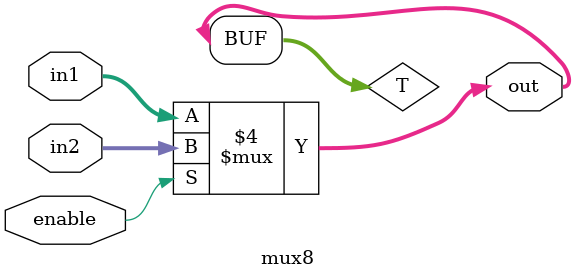
<source format=v>
`timescale 1ns / 1ps
module mux8(
    input [7:0] in1,
	 input [7:0] in2,
	 input enable,
    output [7:0] out
    );

	 reg [7:0] T;
	 
	 assign out = T;
	 
	 always@(in1 or in2 or enable)
		 begin
			 if(enable == 1'b0)
				 begin
					 T = in1;
				 end
			 else
				 begin
					 T = in2;
				 end
		 end
		 
endmodule

</source>
